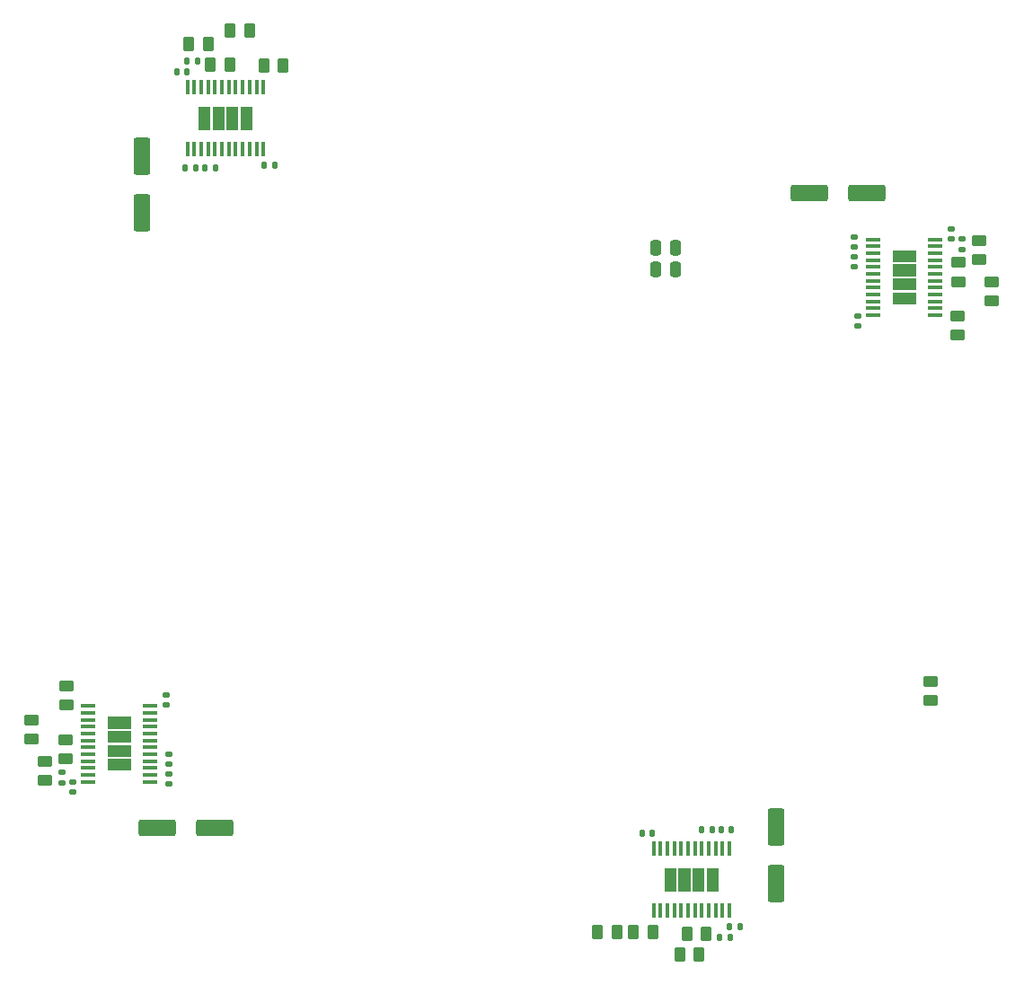
<source format=gbr>
%TF.GenerationSoftware,KiCad,Pcbnew,7.0.8*%
%TF.CreationDate,2023-10-26T13:24:24+11:00*%
%TF.ProjectId,Main 4.2,4d61696e-2034-42e3-922e-6b696361645f,rev?*%
%TF.SameCoordinates,Original*%
%TF.FileFunction,Paste,Bot*%
%TF.FilePolarity,Positive*%
%FSLAX46Y46*%
G04 Gerber Fmt 4.6, Leading zero omitted, Abs format (unit mm)*
G04 Created by KiCad (PCBNEW 7.0.8) date 2023-10-26 13:24:24*
%MOMM*%
%LPD*%
G01*
G04 APERTURE LIST*
G04 Aperture macros list*
%AMRoundRect*
0 Rectangle with rounded corners*
0 $1 Rounding radius*
0 $2 $3 $4 $5 $6 $7 $8 $9 X,Y pos of 4 corners*
0 Add a 4 corners polygon primitive as box body*
4,1,4,$2,$3,$4,$5,$6,$7,$8,$9,$2,$3,0*
0 Add four circle primitives for the rounded corners*
1,1,$1+$1,$2,$3*
1,1,$1+$1,$4,$5*
1,1,$1+$1,$6,$7*
1,1,$1+$1,$8,$9*
0 Add four rect primitives between the rounded corners*
20,1,$1+$1,$2,$3,$4,$5,0*
20,1,$1+$1,$4,$5,$6,$7,0*
20,1,$1+$1,$6,$7,$8,$9,0*
20,1,$1+$1,$8,$9,$2,$3,0*%
G04 Aperture macros list end*
%ADD10RoundRect,0.140000X0.140000X0.170000X-0.140000X0.170000X-0.140000X-0.170000X0.140000X-0.170000X0*%
%ADD11RoundRect,0.140000X-0.170000X0.140000X-0.170000X-0.140000X0.170000X-0.140000X0.170000X0.140000X0*%
%ADD12R,0.354800X1.461999*%
%ADD13RoundRect,0.250000X-0.550000X1.500000X-0.550000X-1.500000X0.550000X-1.500000X0.550000X1.500000X0*%
%ADD14RoundRect,0.250000X0.262500X0.450000X-0.262500X0.450000X-0.262500X-0.450000X0.262500X-0.450000X0*%
%ADD15RoundRect,0.140000X-0.140000X-0.170000X0.140000X-0.170000X0.140000X0.170000X-0.140000X0.170000X0*%
%ADD16RoundRect,0.140000X0.170000X-0.140000X0.170000X0.140000X-0.170000X0.140000X-0.170000X-0.140000X0*%
%ADD17R,1.461999X0.354800*%
%ADD18RoundRect,0.250000X0.450000X-0.262500X0.450000X0.262500X-0.450000X0.262500X-0.450000X-0.262500X0*%
%ADD19RoundRect,0.250000X0.250000X0.475000X-0.250000X0.475000X-0.250000X-0.475000X0.250000X-0.475000X0*%
%ADD20RoundRect,0.250000X-0.450000X0.262500X-0.450000X-0.262500X0.450000X-0.262500X0.450000X0.262500X0*%
%ADD21RoundRect,0.250000X-0.262500X-0.450000X0.262500X-0.450000X0.262500X0.450000X-0.262500X0.450000X0*%
%ADD22RoundRect,0.135000X0.135000X0.185000X-0.135000X0.185000X-0.135000X-0.185000X0.135000X-0.185000X0*%
%ADD23RoundRect,0.135000X-0.135000X-0.185000X0.135000X-0.185000X0.135000X0.185000X-0.135000X0.185000X0*%
%ADD24RoundRect,0.135000X0.185000X-0.135000X0.185000X0.135000X-0.185000X0.135000X-0.185000X-0.135000X0*%
%ADD25RoundRect,0.135000X-0.185000X0.135000X-0.185000X-0.135000X0.185000X-0.135000X0.185000X0.135000X0*%
%ADD26RoundRect,0.250000X0.550000X-1.500000X0.550000X1.500000X-0.550000X1.500000X-0.550000X-1.500000X0*%
%ADD27RoundRect,0.250000X1.500000X0.550000X-1.500000X0.550000X-1.500000X-0.550000X1.500000X-0.550000X0*%
%ADD28RoundRect,0.250000X-1.500000X-0.550000X1.500000X-0.550000X1.500000X0.550000X-1.500000X0.550000X0*%
G04 APERTURE END LIST*
%TO.C,U1*%
G36*
X165504202Y-185931498D02*
G01*
X164383402Y-185931498D01*
X164383402Y-183718498D01*
X165504202Y-183718498D01*
X165504202Y-185931498D01*
G37*
G36*
X166825002Y-185931498D02*
G01*
X165704202Y-185931498D01*
X165704202Y-183718498D01*
X166825002Y-183718498D01*
X166825002Y-185931498D01*
G37*
G36*
X168145802Y-185931498D02*
G01*
X167025002Y-185931498D01*
X167025002Y-183718498D01*
X168145802Y-183718498D01*
X168145802Y-185931498D01*
G37*
G36*
X169466602Y-185931498D02*
G01*
X168345802Y-185931498D01*
X168345802Y-183718498D01*
X169466602Y-183718498D01*
X169466602Y-185931498D01*
G37*
%TO.C,U2*%
G36*
X188106500Y-130541600D02*
G01*
X185893500Y-130541600D01*
X185893500Y-129420800D01*
X188106500Y-129420800D01*
X188106500Y-130541600D01*
G37*
G36*
X188106500Y-129220800D02*
G01*
X185893500Y-129220800D01*
X185893500Y-128100000D01*
X188106500Y-128100000D01*
X188106500Y-129220800D01*
G37*
G36*
X188106500Y-127900000D02*
G01*
X185893500Y-127900000D01*
X185893500Y-126779200D01*
X188106500Y-126779200D01*
X188106500Y-127900000D01*
G37*
G36*
X188106500Y-126579200D02*
G01*
X185893500Y-126579200D01*
X185893500Y-125458400D01*
X188106500Y-125458400D01*
X188106500Y-126579200D01*
G37*
%TO.C,U3*%
G36*
X125541600Y-114106500D02*
G01*
X124420800Y-114106500D01*
X124420800Y-111893500D01*
X125541600Y-111893500D01*
X125541600Y-114106500D01*
G37*
G36*
X124220800Y-114106500D02*
G01*
X123100000Y-114106500D01*
X123100000Y-111893500D01*
X124220800Y-111893500D01*
X124220800Y-114106500D01*
G37*
G36*
X122900000Y-114106500D02*
G01*
X121779200Y-114106500D01*
X121779200Y-111893500D01*
X122900000Y-111893500D01*
X122900000Y-114106500D01*
G37*
G36*
X121579200Y-114106500D02*
G01*
X120458400Y-114106500D01*
X120458400Y-111893500D01*
X121579200Y-111893500D01*
X121579200Y-114106500D01*
G37*
%TO.C,U4*%
G36*
X114106500Y-170579200D02*
G01*
X111893500Y-170579200D01*
X111893500Y-169458400D01*
X114106500Y-169458400D01*
X114106500Y-170579200D01*
G37*
G36*
X114106500Y-171900000D02*
G01*
X111893500Y-171900000D01*
X111893500Y-170779200D01*
X114106500Y-170779200D01*
X114106500Y-171900000D01*
G37*
G36*
X114106500Y-173220800D02*
G01*
X111893500Y-173220800D01*
X111893500Y-172100000D01*
X114106500Y-172100000D01*
X114106500Y-173220800D01*
G37*
G36*
X114106500Y-174541600D02*
G01*
X111893500Y-174541600D01*
X111893500Y-173420800D01*
X114106500Y-173420800D01*
X114106500Y-174541600D01*
G37*
%TD*%
D10*
%TO.C,C3*%
X168855002Y-180124998D03*
X167895002Y-180124998D03*
%TD*%
D11*
%TO.C,C16*%
X108600000Y-175600000D03*
X108600000Y-176560000D03*
%TD*%
D12*
%TO.C,U1*%
X170500001Y-187745998D03*
X169850002Y-187745998D03*
X169200004Y-187745998D03*
X168550003Y-187745998D03*
X167900004Y-187745998D03*
X167250003Y-187745998D03*
X166600004Y-187745998D03*
X165950003Y-187745998D03*
X165300004Y-187745998D03*
X164650003Y-187745998D03*
X164000004Y-187745998D03*
X163350003Y-187745998D03*
X163350003Y-181903998D03*
X164000002Y-181903998D03*
X164650003Y-181903998D03*
X165300001Y-181903998D03*
X165950003Y-181903998D03*
X166600001Y-181903998D03*
X167250000Y-181903998D03*
X167900001Y-181903998D03*
X168550000Y-181903998D03*
X169200001Y-181903998D03*
X169850000Y-181903998D03*
X170500001Y-181903998D03*
%TD*%
D13*
%TO.C,C4*%
X174895002Y-179800000D03*
X174895002Y-185200000D03*
%TD*%
D14*
%TO.C,R5*%
X163287502Y-189750000D03*
X161462502Y-189750000D03*
%TD*%
D11*
%TO.C,C8*%
X182300000Y-126070000D03*
X182300000Y-127030000D03*
%TD*%
D15*
%TO.C,C15*%
X126670000Y-117400000D03*
X127630000Y-117400000D03*
%TD*%
D16*
%TO.C,C18*%
X117700000Y-173930000D03*
X117700000Y-172970000D03*
%TD*%
D17*
%TO.C,U2*%
X189921000Y-124425001D03*
X189921000Y-125075000D03*
X189921000Y-125724998D03*
X189921000Y-126374999D03*
X189921000Y-127024998D03*
X189921000Y-127674999D03*
X189921000Y-128324998D03*
X189921000Y-128974999D03*
X189921000Y-129624998D03*
X189921000Y-130274999D03*
X189921000Y-130924998D03*
X189921000Y-131574999D03*
X184079000Y-131574999D03*
X184079000Y-130925000D03*
X184079000Y-130274999D03*
X184079000Y-129625001D03*
X184079000Y-128974999D03*
X184079000Y-128325001D03*
X184079000Y-127675002D03*
X184079000Y-127025001D03*
X184079000Y-126375002D03*
X184079000Y-125725001D03*
X184079000Y-125075002D03*
X184079000Y-124425001D03*
%TD*%
D18*
%TO.C,R7*%
X195250000Y-130262500D03*
X195250000Y-128437500D03*
%TD*%
D19*
%TO.C,C26*%
X165450000Y-125250000D03*
X163550000Y-125250000D03*
%TD*%
D15*
%TO.C,C12*%
X119220000Y-117700000D03*
X120180000Y-117700000D03*
%TD*%
D20*
%TO.C,R17*%
X104750000Y-169737500D03*
X104750000Y-171562500D03*
%TD*%
D10*
%TO.C,C2*%
X170705002Y-180124998D03*
X169745002Y-180124998D03*
%TD*%
D20*
%TO.C,R8*%
X194000000Y-124537500D03*
X194000000Y-126362500D03*
%TD*%
D18*
%TO.C,R19*%
X107950000Y-173412500D03*
X107950000Y-171587500D03*
%TD*%
D21*
%TO.C,R13*%
X119537500Y-106000000D03*
X121362500Y-106000000D03*
%TD*%
D22*
%TO.C,R6*%
X170585002Y-190224998D03*
X169565002Y-190224998D03*
%TD*%
D14*
%TO.C,R12*%
X125262500Y-104750000D03*
X123437500Y-104750000D03*
%TD*%
D19*
%TO.C,C27*%
X165450000Y-127250000D03*
X163550000Y-127250000D03*
%TD*%
D10*
%TO.C,C11*%
X119400000Y-108600000D03*
X118440000Y-108600000D03*
%TD*%
D23*
%TO.C,R16*%
X119340000Y-107600000D03*
X120360000Y-107600000D03*
%TD*%
D20*
%TO.C,R10*%
X192000000Y-131637500D03*
X192000000Y-133462500D03*
%TD*%
D14*
%TO.C,R4*%
X168337502Y-189874998D03*
X166512502Y-189874998D03*
%TD*%
D24*
%TO.C,R21*%
X107600000Y-175660000D03*
X107600000Y-174640000D03*
%TD*%
D11*
%TO.C,C10*%
X182600000Y-131670000D03*
X182600000Y-132630000D03*
%TD*%
D15*
%TO.C,C1*%
X170525002Y-189224998D03*
X171485002Y-189224998D03*
%TD*%
D21*
%TO.C,R14*%
X121587500Y-107950000D03*
X123412500Y-107950000D03*
%TD*%
D25*
%TO.C,R11*%
X192400000Y-124340000D03*
X192400000Y-125360000D03*
%TD*%
D26*
%TO.C,C14*%
X115100000Y-121950000D03*
X115100000Y-116550000D03*
%TD*%
D10*
%TO.C,C5*%
X163255002Y-180424998D03*
X162295002Y-180424998D03*
%TD*%
D27*
%TO.C,C19*%
X121950000Y-179900000D03*
X116550000Y-179900000D03*
%TD*%
D18*
%TO.C,R18*%
X106000000Y-175462500D03*
X106000000Y-173637500D03*
%TD*%
D12*
%TO.C,U3*%
X119425001Y-110079000D03*
X120075000Y-110079000D03*
X120724998Y-110079000D03*
X121374999Y-110079000D03*
X122024998Y-110079000D03*
X122674999Y-110079000D03*
X123324998Y-110079000D03*
X123974999Y-110079000D03*
X124624998Y-110079000D03*
X125274999Y-110079000D03*
X125924998Y-110079000D03*
X126574999Y-110079000D03*
X126574999Y-115921000D03*
X125925000Y-115921000D03*
X125274999Y-115921000D03*
X124625001Y-115921000D03*
X123974999Y-115921000D03*
X123325001Y-115921000D03*
X122675002Y-115921000D03*
X122025001Y-115921000D03*
X121375002Y-115921000D03*
X120725001Y-115921000D03*
X120075002Y-115921000D03*
X119425001Y-115921000D03*
%TD*%
D11*
%TO.C,C7*%
X182300000Y-124220000D03*
X182300000Y-125180000D03*
%TD*%
D18*
%TO.C,R20*%
X108000000Y-168362500D03*
X108000000Y-166537500D03*
%TD*%
D14*
%TO.C,R2*%
X159912500Y-189750000D03*
X158087500Y-189750000D03*
%TD*%
D17*
%TO.C,U4*%
X110079000Y-175574999D03*
X110079000Y-174925000D03*
X110079000Y-174275002D03*
X110079000Y-173625001D03*
X110079000Y-172975002D03*
X110079000Y-172325001D03*
X110079000Y-171675002D03*
X110079000Y-171025001D03*
X110079000Y-170375002D03*
X110079000Y-169725001D03*
X110079000Y-169075002D03*
X110079000Y-168425001D03*
X115921000Y-168425001D03*
X115921000Y-169075000D03*
X115921000Y-169725001D03*
X115921000Y-170374999D03*
X115921000Y-171025001D03*
X115921000Y-171674999D03*
X115921000Y-172324998D03*
X115921000Y-172974999D03*
X115921000Y-173624998D03*
X115921000Y-174274999D03*
X115921000Y-174924998D03*
X115921000Y-175574999D03*
%TD*%
D20*
%TO.C,R9*%
X192050000Y-126587500D03*
X192050000Y-128412500D03*
%TD*%
D21*
%TO.C,R15*%
X126637500Y-108000000D03*
X128462500Y-108000000D03*
%TD*%
D16*
%TO.C,C6*%
X191400000Y-124400000D03*
X191400000Y-123440000D03*
%TD*%
D14*
%TO.C,R3*%
X167662500Y-191824998D03*
X165837500Y-191824998D03*
%TD*%
D28*
%TO.C,C9*%
X178050000Y-120100000D03*
X183450000Y-120100000D03*
%TD*%
D18*
%TO.C,R33*%
X189500000Y-167912500D03*
X189500000Y-166087500D03*
%TD*%
D16*
%TO.C,C20*%
X117400000Y-168330000D03*
X117400000Y-167370000D03*
%TD*%
D15*
%TO.C,C13*%
X121070000Y-117700000D03*
X122030000Y-117700000D03*
%TD*%
D16*
%TO.C,C17*%
X117700000Y-175780000D03*
X117700000Y-174820000D03*
%TD*%
M02*

</source>
